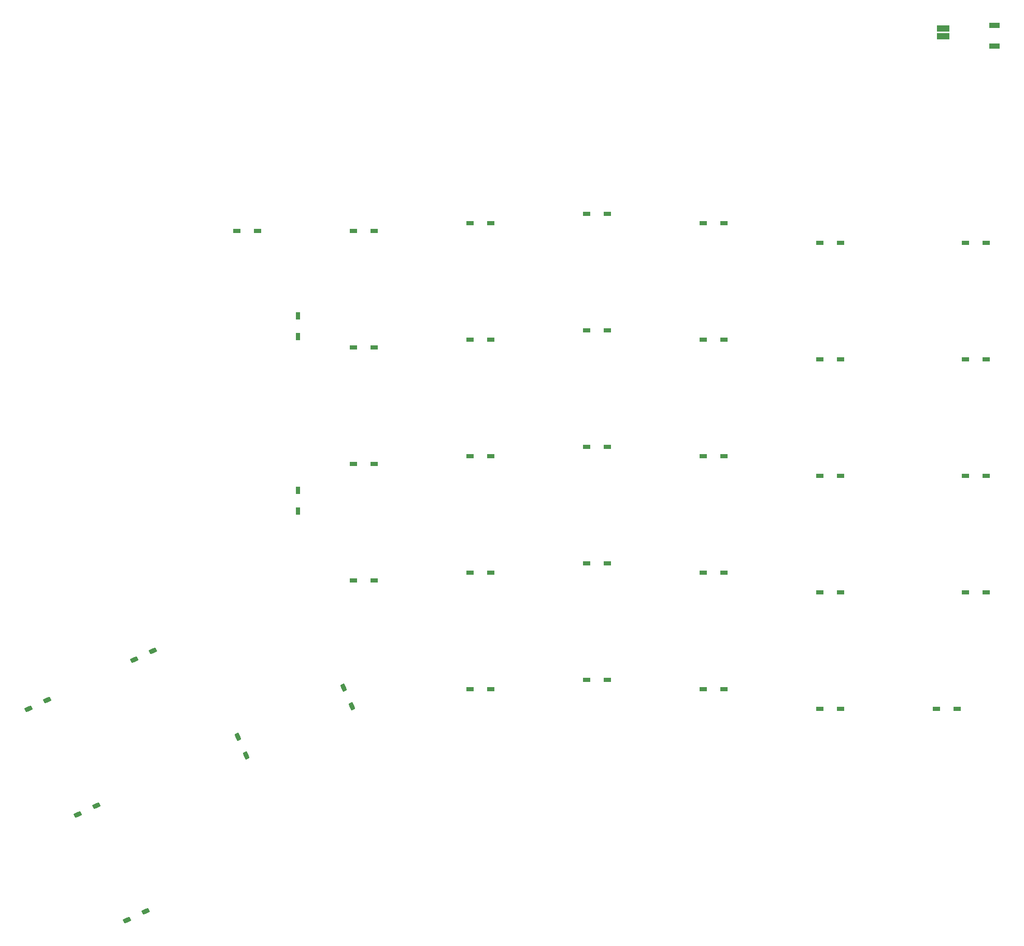
<source format=gtp>
%TF.GenerationSoftware,KiCad,Pcbnew,(6.0.5)*%
%TF.CreationDate,2022-05-23T22:21:51-06:00*%
%TF.ProjectId,ErgoDOX,4572676f-444f-4582-9e6b-696361645f70,rev?*%
%TF.SameCoordinates,Original*%
%TF.FileFunction,Paste,Top*%
%TF.FilePolarity,Positive*%
%FSLAX46Y46*%
G04 Gerber Fmt 4.6, Leading zero omitted, Abs format (unit mm)*
G04 Created by KiCad (PCBNEW (6.0.5)) date 2022-05-23 22:21:51*
%MOMM*%
%LPD*%
G01*
G04 APERTURE LIST*
G04 Aperture macros list*
%AMRoundRect*
0 Rectangle with rounded corners*
0 $1 Rounding radius*
0 $2 $3 $4 $5 $6 $7 $8 $9 X,Y pos of 4 corners*
0 Add a 4 corners polygon primitive as box body*
4,1,4,$2,$3,$4,$5,$6,$7,$8,$9,$2,$3,0*
0 Add four circle primitives for the rounded corners*
1,1,$1+$1,$2,$3*
1,1,$1+$1,$4,$5*
1,1,$1+$1,$6,$7*
1,1,$1+$1,$8,$9*
0 Add four rect primitives between the rounded corners*
20,1,$1+$1,$2,$3,$4,$5,0*
20,1,$1+$1,$4,$5,$6,$7,0*
20,1,$1+$1,$6,$7,$8,$9,0*
20,1,$1+$1,$8,$9,$2,$3,0*%
G04 Aperture macros list end*
%ADD10RoundRect,0.051100X-0.553900X-0.313900X0.553900X-0.313900X0.553900X0.313900X-0.553900X0.313900X0*%
%ADD11RoundRect,0.051100X0.313900X-0.553900X0.313900X0.553900X-0.313900X0.553900X-0.313900X-0.553900X0*%
%ADD12RoundRect,0.051100X0.518578X-0.369344X0.050402X0.634664X-0.518578X0.369344X-0.050402X-0.634664X0*%
%ADD13RoundRect,0.051100X-0.369344X-0.518578X0.634664X-0.050402X0.369344X0.518578X-0.634664X0.050402X0*%
%ADD14R,2.032000X1.016000*%
%ADD15R,1.700000X0.900000*%
G04 APERTURE END LIST*
D10*
%TO.C,SW1:13*%
X185010000Y-151496660D03*
X185010000Y-151496660D03*
X188370000Y-151496660D03*
X188370000Y-151496660D03*
%TD*%
%TO.C,SW1:10*%
X127860000Y-146724000D03*
X127860000Y-146724000D03*
X131220000Y-146724000D03*
X131220000Y-146724000D03*
%TD*%
%TO.C,SW1:9*%
X108810000Y-148321660D03*
X108810000Y-148321660D03*
X112170000Y-148321660D03*
X112170000Y-148321660D03*
%TD*%
%TO.C,SW2:13*%
X189772500Y-132446660D03*
X189772500Y-132446660D03*
X193132500Y-132446660D03*
X193132500Y-132446660D03*
%TD*%
%TO.C,SW2:10*%
X127860000Y-127674000D03*
X127860000Y-127674000D03*
X131220000Y-127674000D03*
X131220000Y-127674000D03*
%TD*%
%TO.C,SW2:9*%
X108810000Y-129271660D03*
X108810000Y-129271660D03*
X112170000Y-129271660D03*
X112170000Y-129271660D03*
%TD*%
D11*
%TO.C,SW2:7*%
X80684000Y-119165160D03*
X80684000Y-119165160D03*
X80684000Y-115805160D03*
X80684000Y-115805160D03*
%TD*%
D10*
%TO.C,SW3:13*%
X189772500Y-113396660D03*
X189772500Y-113396660D03*
X193132500Y-113396660D03*
X193132500Y-113396660D03*
%TD*%
%TO.C,SW3:11*%
X146910000Y-110221660D03*
X146910000Y-110221660D03*
X150270000Y-110221660D03*
X150270000Y-110221660D03*
%TD*%
%TO.C,SW3:10*%
X127860000Y-108624000D03*
X127860000Y-108624000D03*
X131220000Y-108624000D03*
X131220000Y-108624000D03*
%TD*%
%TO.C,SW3:9*%
X108810000Y-110221660D03*
X108810000Y-110221660D03*
X112170000Y-110221660D03*
X112170000Y-110221660D03*
%TD*%
%TO.C,SW3:8*%
X89760000Y-111491660D03*
X89760000Y-111491660D03*
X93120000Y-111491660D03*
X93120000Y-111491660D03*
%TD*%
%TO.C,SW4:13*%
X189772500Y-94346660D03*
X189772500Y-94346660D03*
X193132500Y-94346660D03*
X193132500Y-94346660D03*
%TD*%
%TO.C,SW4:12*%
X165960000Y-94346660D03*
X165960000Y-94346660D03*
X169320000Y-94346660D03*
X169320000Y-94346660D03*
%TD*%
%TO.C,SW4:11*%
X146910000Y-91171660D03*
X146910000Y-91171660D03*
X150270000Y-91171660D03*
X150270000Y-91171660D03*
%TD*%
%TO.C,SW4:10*%
X127860000Y-89574000D03*
X127860000Y-89574000D03*
X131220000Y-89574000D03*
X131220000Y-89574000D03*
%TD*%
%TO.C,SW4:9*%
X108810000Y-91171660D03*
X108810000Y-91171660D03*
X112170000Y-91171660D03*
X112170000Y-91171660D03*
%TD*%
%TO.C,SW4:8*%
X89760000Y-92441660D03*
X89760000Y-92441660D03*
X93120000Y-92441660D03*
X93120000Y-92441660D03*
%TD*%
D11*
%TO.C,SW4:7*%
X80684000Y-90590160D03*
X80684000Y-90590160D03*
X80684000Y-87230160D03*
X80684000Y-87230160D03*
%TD*%
D12*
%TO.C,SW0:10*%
X89529775Y-151082881D03*
X89529775Y-151082881D03*
X88109778Y-148037687D03*
X88109778Y-148037687D03*
%TD*%
D13*
%TO.C,SW0:12*%
X52782599Y-186026915D03*
X52782599Y-186026915D03*
X55827793Y-184606918D03*
X55827793Y-184606918D03*
%TD*%
D12*
%TO.C,SW0:11*%
X72265395Y-159134681D03*
X72265395Y-159134681D03*
X70845398Y-156089487D03*
X70845398Y-156089487D03*
%TD*%
D13*
%TO.C,SW0:9*%
X44730799Y-168759995D03*
X44730799Y-168759995D03*
X47775993Y-167339998D03*
X47775993Y-167339998D03*
%TD*%
%TO.C,SW0:7*%
X36681539Y-151495615D03*
X36681539Y-151495615D03*
X39726733Y-150075618D03*
X39726733Y-150075618D03*
%TD*%
D10*
%TO.C,SW1:11*%
X146910000Y-148321660D03*
X146910000Y-148321660D03*
X150270000Y-148321660D03*
X150270000Y-148321660D03*
%TD*%
D13*
%TO.C,SW0:8*%
X53945919Y-143446355D03*
X53945919Y-143446355D03*
X56991113Y-142026358D03*
X56991113Y-142026358D03*
%TD*%
D10*
%TO.C,SW5:13*%
X189772500Y-75299200D03*
X189772500Y-75299200D03*
X193132500Y-75299200D03*
X193132500Y-75299200D03*
%TD*%
%TO.C,SW5:9*%
X108810000Y-72121660D03*
X108810000Y-72121660D03*
X112170000Y-72121660D03*
X112170000Y-72121660D03*
%TD*%
%TO.C,SW5:10*%
X127860000Y-70524000D03*
X127860000Y-70524000D03*
X131220000Y-70524000D03*
X131220000Y-70524000D03*
%TD*%
%TO.C,SW5:11*%
X146910000Y-72121660D03*
X146910000Y-72121660D03*
X150270000Y-72121660D03*
X150270000Y-72121660D03*
%TD*%
%TO.C,SW5:12*%
X165960000Y-75299200D03*
X165960000Y-75299200D03*
X169320000Y-75299200D03*
X169320000Y-75299200D03*
%TD*%
%TO.C,SW5:8*%
X89760000Y-73394200D03*
X89760000Y-73394200D03*
X93120000Y-73394200D03*
X93120000Y-73394200D03*
%TD*%
%TO.C,SW5:7*%
X70710000Y-73394200D03*
X70710000Y-73394200D03*
X74070000Y-73394200D03*
X74070000Y-73394200D03*
%TD*%
%TO.C,SW2:11*%
X146910000Y-129271660D03*
X146910000Y-129271660D03*
X150270000Y-129271660D03*
X150270000Y-129271660D03*
%TD*%
%TO.C,SW2:8*%
X89760000Y-130541660D03*
X89760000Y-130541660D03*
X93120000Y-130541660D03*
X93120000Y-130541660D03*
%TD*%
%TO.C,SW3:12*%
X165960000Y-113396660D03*
X165960000Y-113396660D03*
X169320000Y-113396660D03*
X169320000Y-113396660D03*
%TD*%
%TO.C,SW2:12*%
X165960000Y-132446660D03*
X165960000Y-132446660D03*
X169320000Y-132446660D03*
X169320000Y-132446660D03*
%TD*%
%TO.C,SW1:12*%
X165960000Y-151496660D03*
X165960000Y-151496660D03*
X169320000Y-151496660D03*
X169320000Y-151496660D03*
%TD*%
D14*
%TO.C,JP1*%
X186130000Y-40255000D03*
X186130000Y-41525000D03*
%TD*%
D15*
%TO.C,SW_RST1*%
X194500000Y-39750000D03*
X194500000Y-43150000D03*
%TD*%
M02*

</source>
